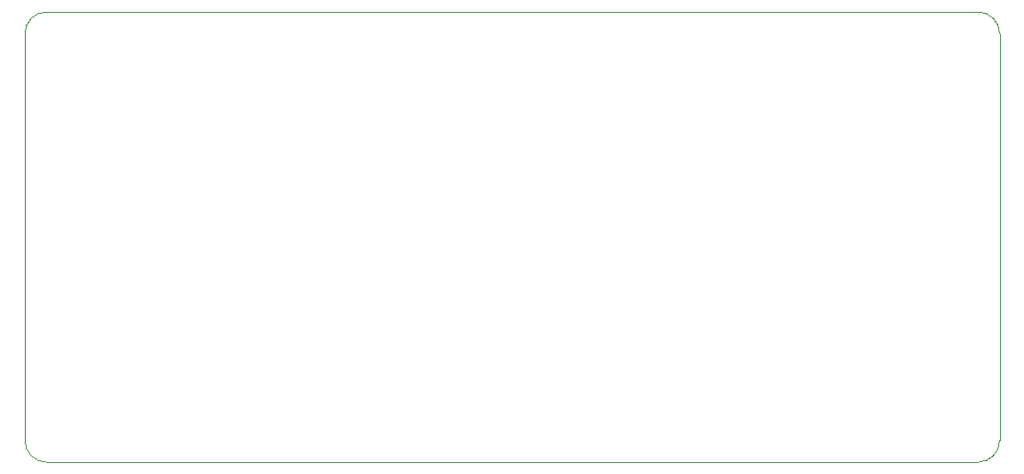
<source format=gbr>
%TF.GenerationSoftware,KiCad,Pcbnew,7.0.5*%
%TF.CreationDate,2023-12-17T20:10:20+08:00*%
%TF.ProjectId,bat_rf,6261745f-7266-42e6-9b69-6361645f7063,rev?*%
%TF.SameCoordinates,Original*%
%TF.FileFunction,Profile,NP*%
%FSLAX46Y46*%
G04 Gerber Fmt 4.6, Leading zero omitted, Abs format (unit mm)*
G04 Created by KiCad (PCBNEW 7.0.5) date 2023-12-17 20:10:20*
%MOMM*%
%LPD*%
G01*
G04 APERTURE LIST*
%TA.AperFunction,Profile*%
%ADD10C,0.100000*%
%TD*%
G04 APERTURE END LIST*
D10*
X131345843Y-92475000D02*
X130465000Y-92475000D01*
X130465000Y-50975000D02*
X131345843Y-50975000D01*
X133345843Y-52975000D02*
G75*
G03*
X131345843Y-50975000I-2000000J0D01*
G01*
X130465000Y-92475000D02*
X45565000Y-92475000D01*
X133345843Y-52975000D02*
X133345843Y-90475000D01*
X43565000Y-90475000D02*
X43565000Y-52975000D01*
X45565000Y-50975000D02*
G75*
G03*
X43565000Y-52975000I0J-2000000D01*
G01*
X45565000Y-50975000D02*
X130465000Y-50975000D01*
X43565000Y-90475000D02*
G75*
G03*
X45565000Y-92475000I2000000J0D01*
G01*
X131345843Y-92475000D02*
G75*
G03*
X133345843Y-90475000I0J2000000D01*
G01*
M02*

</source>
